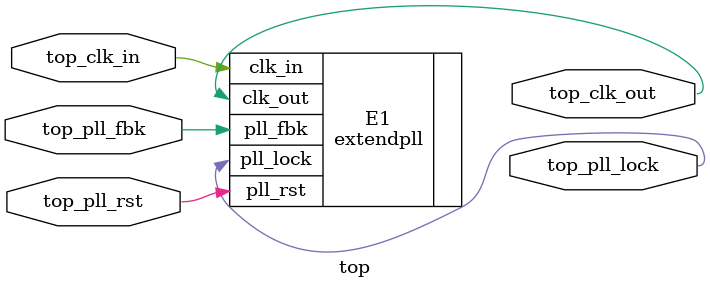
<source format=v>
module top(top_clk_in, top_pll_fbk, top_pll_rst, top_clk_out, top_pll_lock);

input top_clk_in;
input top_pll_fbk;
input top_pll_rst;
output top_clk_out;
output top_pll_lock;

extendpll E1 (.clk_in(top_clk_in),  .pll_fbk(top_pll_fbk), .pll_rst(top_pll_rst), .clk_out(top_clk_out), .pll_lock(top_pll_lock));

endmodule

</source>
